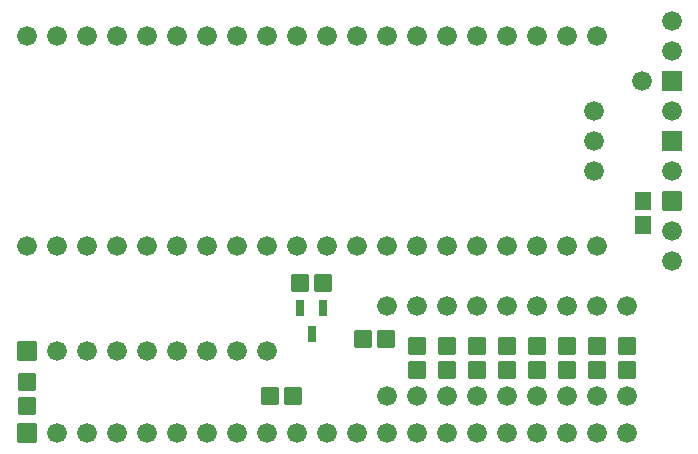
<source format=gbs>
G04 Layer: BottomSolderMaskLayer*
G04 EasyEDA v6.5.39, 2024-02-04 18:14:06*
G04 e2768ddda3314ff98ce937aebec43eb4,5509f98a9368439c9cde498926e245b9,10*
G04 Gerber Generator version 0.2*
G04 Scale: 100 percent, Rotated: No, Reflected: No *
G04 Dimensions in inches *
G04 leading zeros omitted , absolute positions ,3 integer and 6 decimal *
%FSLAX36Y36*%
%MOIN*%

%AMMACRO1*1,1,$1,$2,$3*1,1,$1,$4,$5*1,1,$1,0-$2,0-$3*1,1,$1,0-$4,0-$5*20,1,$1,$2,$3,$4,$5,0*20,1,$1,$4,$5,0-$2,0-$3,0*20,1,$1,0-$2,0-$3,0-$4,0-$5,0*20,1,$1,0-$4,0-$5,$2,$3,0*4,1,4,$2,$3,$4,$5,0-$2,0-$3,0-$4,0-$5,$2,$3,0*%
%ADD10MACRO1,0.004X-0.0266X-0.0278X0.0266X-0.0278*%
%ADD11MACRO1,0.004X-0.0266X0.0278X0.0266X0.0278*%
%ADD12MACRO1,0.004X-0.0278X0.0266X-0.0278X-0.0266*%
%ADD13MACRO1,0.004X0.0278X0.0266X0.0278X-0.0266*%
%ADD14R,0.0572X0.0595*%
%ADD15MACRO1,0.0039X-0.0125X-0.025X0.0125X-0.025*%
%ADD16MACRO1,0.004X-0.0278X-0.0266X-0.0278X0.0266*%
%ADD17MACRO1,0.004X0.0278X-0.0266X0.0278X0.0266*%
%ADD18C,0.0660*%
%ADD19MACRO1,0.004X-0.031X0.0315X0.031X0.0315*%
%ADD20R,0.0660X0.0660*%
%ADD21MACRO1,0.004X-0.031X0.031X0.031X0.031*%
%ADD22MACRO1,0.004X0.031X0.031X0.031X-0.031*%

%LPD*%
D10*
G01*
X225000Y369371D03*
D11*
G01*
X225000Y290628D03*
D12*
G01*
X1114371Y325000D03*
D13*
G01*
X1035628Y325000D03*
D14*
G01*
X2280000Y895630D03*
G01*
X2280000Y974369D03*
D15*
G01*
X1175000Y531693D03*
G01*
X1137599Y618306D03*
G01*
X1212402Y618306D03*
D16*
G01*
X1214371Y700000D03*
D17*
G01*
X1135628Y700000D03*
D11*
G01*
X2225000Y410628D03*
D10*
G01*
X2225000Y489371D03*
D11*
G01*
X2125000Y410628D03*
D10*
G01*
X2125000Y489371D03*
D11*
G01*
X2025000Y410628D03*
D10*
G01*
X2025000Y489371D03*
D11*
G01*
X1925000Y410628D03*
D10*
G01*
X1925000Y489371D03*
D11*
G01*
X1825000Y410628D03*
D10*
G01*
X1825000Y489371D03*
D11*
G01*
X1725000Y410628D03*
D10*
G01*
X1725000Y489371D03*
D11*
G01*
X1625000Y410628D03*
D10*
G01*
X1625000Y489371D03*
D11*
G01*
X1525000Y410628D03*
D10*
G01*
X1525000Y489371D03*
D13*
G01*
X1345628Y515000D03*
D12*
G01*
X1424371Y515000D03*
D18*
G01*
X325000Y825000D03*
G01*
X225000Y825000D03*
G01*
X2125000Y825000D03*
G01*
X425000Y825000D03*
G01*
X525000Y825000D03*
G01*
X625000Y825000D03*
G01*
X725000Y825000D03*
G01*
X825000Y825000D03*
G01*
X925000Y825000D03*
G01*
X1025000Y825000D03*
G01*
X1125000Y825000D03*
G01*
X1225000Y825000D03*
G01*
X1325000Y825000D03*
G01*
X1425000Y825000D03*
G01*
X1525000Y825000D03*
G01*
X1625000Y825000D03*
G01*
X1725000Y825000D03*
G01*
X1825000Y825000D03*
G01*
X1925000Y825000D03*
G01*
X2025000Y825000D03*
G01*
X225000Y1525000D03*
G01*
X2025000Y1525000D03*
G01*
X1925000Y1525000D03*
G01*
X1825000Y1525000D03*
G01*
X1725000Y1525000D03*
G01*
X1625000Y1525000D03*
G01*
X1525000Y1525000D03*
G01*
X1425000Y1525000D03*
G01*
X1325000Y1525000D03*
G01*
X1225000Y1525000D03*
G01*
X1125000Y1525000D03*
G01*
X1025000Y1525000D03*
G01*
X925000Y1525000D03*
G01*
X825000Y1525000D03*
G01*
X725000Y1525000D03*
G01*
X625000Y1525000D03*
G01*
X525000Y1525000D03*
G01*
X425000Y1525000D03*
G01*
X2125000Y1525000D03*
G01*
X325000Y1525000D03*
G01*
X2115550Y1175000D03*
G01*
X2115550Y1075000D03*
G01*
X2115550Y1275000D03*
D19*
G01*
X225000Y475000D03*
D18*
G01*
X325000Y475000D03*
G01*
X425000Y475000D03*
G01*
X525000Y475000D03*
G01*
X625000Y475000D03*
G01*
X725000Y475000D03*
G01*
X825000Y475000D03*
G01*
X925000Y475000D03*
G01*
X1025000Y475000D03*
G01*
X2275000Y1375000D03*
G01*
X2225000Y325000D03*
G01*
X2125000Y325000D03*
G01*
X2025000Y325000D03*
G01*
X1925000Y325000D03*
G01*
X1825000Y325000D03*
G01*
X1725000Y325000D03*
G01*
X1625000Y325000D03*
G01*
X1525000Y325000D03*
G01*
X1425000Y325000D03*
G01*
X1425000Y625000D03*
G01*
X1525000Y625000D03*
G01*
X1625000Y625000D03*
G01*
X1725000Y625000D03*
G01*
X1825000Y625000D03*
G01*
X1925000Y625000D03*
G01*
X2025000Y625000D03*
G01*
X2125000Y625000D03*
G01*
X2225000Y625000D03*
G01*
X2375000Y1575000D03*
G01*
X2375000Y1475000D03*
D20*
G01*
X2375000Y1375000D03*
D18*
G01*
X725000Y200000D03*
D21*
G01*
X225000Y200000D03*
D18*
G01*
X325000Y200000D03*
G01*
X425000Y200000D03*
G01*
X525000Y200000D03*
G01*
X625000Y200000D03*
G01*
X825000Y200000D03*
G01*
X925000Y200000D03*
G01*
X1025000Y200000D03*
G01*
X1125000Y200000D03*
G01*
X1525000Y200000D03*
G01*
X1625000Y200000D03*
G01*
X1725000Y200000D03*
G01*
X1825000Y200000D03*
G01*
X1925000Y200000D03*
G01*
X2025000Y200000D03*
G01*
X2125000Y200000D03*
G01*
X2225000Y200000D03*
G01*
X1225000Y200000D03*
G01*
X1325000Y200000D03*
G01*
X1425000Y200000D03*
G01*
X2375000Y775000D03*
G01*
X2375000Y875000D03*
D22*
G01*
X2375000Y975000D03*
D18*
G01*
X2375000Y1275000D03*
D20*
G01*
X2375000Y1175000D03*
D18*
G01*
X2375000Y1075000D03*
M02*

</source>
